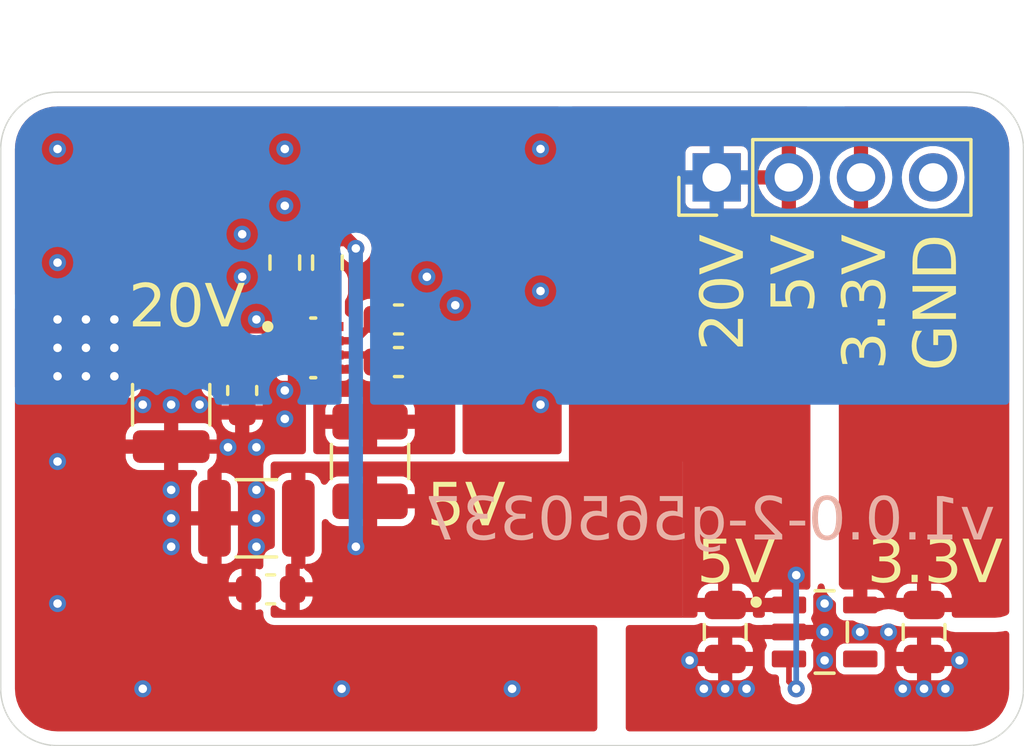
<source format=kicad_pcb>
(kicad_pcb (version 20240108) (generator "pcbnew") (generator_version "8.0")
  (layers (0 "F.Cu" signal) (1 "In1.Cu" signal) (2 "In2.Cu" signal) (31 "B.Cu" signal) (34 "B.Paste" user) (35 "F.Paste" user) (36 "B.SilkS" user "B.Silkscreen") (37 "F.SilkS" user "F.Silkscreen") (38 "B.Mask" user) (39 "F.Mask" user) (44 "Edge.Cuts" user))
  (net 0 "")
  (net 1 "GND")
  (net 2 "+5V")
  (net 3 "+3.3V")
  (net 4 "+20V")
  (net 5 "Net-(U2-SS)")
  (net 6 "Net-(U2-BST)")
  (net 7 "Net-(U2-SW)")
  (net 8 "Net-(U2-FB)")
  (footprint "Connector_PinHeader_2.54mm:PinHeader_1x04_P2.54mm_Vertical" (layer "F.Cu") (at 48.2 21 90)
    (property "Reference" "J1" (hide yes))
    (property "Value" "Conn_01x04_Pin")
    (fp_line (start -1.33 -1.33) (end 0 -1.33) (stroke (width 0.12)) (layer "F.SilkS"))
    (fp_line (start -1.33 0) (end -1.33 -1.33) (stroke (width 0.12)) (layer "F.SilkS"))
    (fp_line (start 1.33 1.27) (end 1.33 8.95) (stroke (width 0.12)) (layer "F.SilkS"))
    (fp_line (start -1.33 1.27) (end 1.33 1.27) (stroke (width 0.12)) (layer "F.SilkS"))
    (fp_line (start -1.33 1.27) (end -1.33 8.95) (stroke (width 0.12)) (layer "F.SilkS"))
    (fp_line (start -1.33 8.95) (end 1.33 8.95) (stroke (width 0.12)) (layer "F.SilkS"))
    (pad "1" thru_hole rect (at 0 0 90) (size 1.7 1.7) (drill 1) (layers "*.Cu" "*.Mask") (net 4 "+20V"))
    (pad "2" thru_hole oval (at 0 2.54 90) (size 1.7 1.7) (drill 1) (layers "*.Cu" "*.Mask") (net 2 "+5V"))
    (pad "3" thru_hole oval (at 0 5.08 90) (size 1.7 1.7) (drill 1) (layers "*.Cu" "*.Mask") (net 3 "+3.3V"))
    (pad "4" thru_hole oval (at 0 7.62 90) (size 1.7 1.7) (drill 1) (layers "*.Cu" "*.Mask") (net 1 "GND"))
  )
  (footprint "Capacitor_SMD:C_1210_3225Metric" (layer "F.Cu") (at 32 33 180)
    (property "Reference" "C7" (hide yes))
    (property "Value" "22uF")
    (fp_line (start -0.711252 1.36) (end 0.711252 1.36) (stroke (width 0.12)) (layer "F.SilkS"))
    (fp_line (start -0.711252 -1.36) (end 0.711252 -1.36) (stroke (width 0.12)) (layer "F.SilkS"))
    (pad "1" smd roundrect (at -1.475 0 180) (size 1.15 2.7) (layers "F.Cu" "F.Paste" "F.Mask") (roundrect_rratio 0.217391) (net 2 "+5V"))
    (pad "2" smd roundrect (at 1.475 0 180) (size 1.15 2.7) (layers "F.Cu" "F.Paste" "F.Mask") (roundrect_rratio 0.217391) (net 1 "GND"))
  )
  (footprint "TPS7A2033PDBVR:TPS7A2033PDBVR" (layer "F.Cu") (at 52 37)
    (property "Reference" "U1" (hide yes))
    (property "Value" "TPS7A2033PDBVR")
    (fp_line (start -0.33 -1.45) (end 0.33 -1.45) (stroke (width 0.127)) (layer "F.SilkS"))
    (fp_line (start 0.33 1.45) (end -0.33 1.45) (stroke (width 0.127)) (layer "F.SilkS"))
    (fp_line (start 0.8 -0.335) (end 0.8 0.335) (stroke (width 0.127)) (layer "F.SilkS"))
    (fp_circle (center -2.41 -1.05) (end -2.31 -1.05) (stroke (width 0.2)) (fill none) (layer "F.SilkS"))
    (pad "1" smd roundrect (at -1.255 -0.95) (size 1.21 0.59) (layers "F.Cu" "F.Paste" "F.Mask") (roundrect_rratio 0.15) (net 2 "+5V"))
    (pad "2" smd roundrect (at -1.255 0) (size 1.21 0.59) (layers "F.Cu" "F.Paste" "F.Mask") (roundrect_rratio 0.15) (net 1 "GND"))
    (pad "3" smd roundrect (at -1.255 0.95) (size 1.21 0.59) (layers "F.Cu" "F.Paste" "F.Mask") (roundrect_rratio 0.15) (net 2 "+5V"))
    (pad "4" smd roundrect (at 1.255 0.95) (size 1.21 0.59) (layers "F.Cu" "F.Paste" "F.Mask") (roundrect_rratio 0.15))
    (pad "5" smd roundrect (at 1.255 -0.95) (size 1.21 0.59) (layers "F.Cu" "F.Paste" "F.Mask") (roundrect_rratio 0.15) (net 3 "+3.3V"))
  )
  (footprint "Resistor_SMD:R_0603_1608Metric" (layer "F.Cu") (at 34.5 24 -90)
    (property "Reference" "R1" (hide yes))
    (property "Value" "52.3k")
    (fp_line (start -0.237258 0.5225) (end 0.237258 0.5225) (stroke (width 0.12)) (layer "F.SilkS"))
    (fp_line (start -0.237258 -0.5225) (end 0.237258 -0.5225) (stroke (width 0.12)) (layer "F.SilkS"))
    (pad "1" smd roundrect (at -0.825 0 270) (size 0.8 0.95) (layers "F.Cu" "F.Paste" "F.Mask") (net 2 "+5V"))
    (pad "2" smd roundrect (at 0.825 0 270) (size 0.8 0.95) (layers "F.Cu" "F.Paste" "F.Mask") (net 8 "Net-(U2-FB)"))
  )
  (footprint "Capacitor_SMD:C_1210_3225Metric" (layer "F.Cu") (at 29 29 -90)
    (property "Reference" "C3" (hide yes))
    (property "Value" "10uF")
    (fp_line (start -0.711252 1.36) (end 0.711252 1.36) (stroke (width 0.12)) (layer "F.SilkS"))
    (fp_line (start -0.711252 -1.36) (end 0.711252 -1.36) (stroke (width 0.12)) (layer "F.SilkS"))
    (pad "1" smd roundrect (at -1.475 0 270) (size 1.15 2.7) (layers "F.Cu" "F.Paste" "F.Mask") (roundrect_rratio 0.217391) (net 4 "+20V"))
    (pad "2" smd roundrect (at 1.475 0 270) (size 1.15 2.7) (layers "F.Cu" "F.Paste" "F.Mask") (roundrect_rratio 0.217391) (net 1 "GND"))
  )
  (footprint "Capacitor_SMD:C_0603_1608Metric" (layer "F.Cu") (at 31.5 28.5 -90)
    (property "Reference" "C4" (hide yes))
    (property "Value" "0.1uF")
    (fp_line (start -0.14058 0.51) (end 0.14058 0.51) (stroke (width 0.12)) (layer "F.SilkS"))
    (fp_line (start -0.14058 -0.51) (end 0.14058 -0.51) (stroke (width 0.12)) (layer "F.SilkS"))
    (pad "1" smd roundrect (at -0.775 0 270) (size 0.9 0.95) (layers "F.Cu" "F.Paste" "F.Mask") (net 4 "+20V"))
    (pad "2" smd roundrect (at 0.775 0 270) (size 0.9 0.95) (layers "F.Cu" "F.Paste" "F.Mask") (net 1 "GND"))
  )
  (footprint "Capacitor_SMD:C_0805_2012Metric" (layer "F.Cu") (at 55.5 37 -90)
    (property "Reference" "C2" (hide yes))
    (property "Value" "10uF")
    (fp_line (start -0.261252 0.735) (end 0.261252 0.735) (stroke (width 0.12)) (layer "F.SilkS"))
    (fp_line (start -0.261252 -0.735) (end 0.261252 -0.735) (stroke (width 0.12)) (layer "F.SilkS"))
    (pad "1" smd roundrect (at -0.95 0 270) (size 1 1.45) (layers "F.Cu" "F.Paste" "F.Mask") (net 3 "+3.3V"))
    (pad "2" smd roundrect (at 0.95 0 270) (size 1 1.45) (layers "F.Cu" "F.Paste" "F.Mask") (net 1 "GND"))
  )
  (footprint "TPS62933DRLR:TPS62933DRLR" (layer "F.Cu") (at 34 27)
    (property "Reference" "U2" (hide yes))
    (property "Value" "TPS62933DRLR")
    (fp_line (start -0.085 -1.05) (end 0.085 -1.05) (stroke (width 0.127)) (layer "F.SilkS"))
    (fp_line (start 0.085 1.05) (end -0.085 1.05) (stroke (width 0.127)) (layer "F.SilkS"))
    (fp_circle (center -1.6 -0.75) (end -1.5 -0.75) (stroke (width 0.2)) (fill none) (layer "F.SilkS"))
    (pad "1" smd rect (at -0.735 -0.75) (size 0.66 0.32) (layers "F.Cu" "F.Paste") (net 1 "GND"))
    (pad "2" smd rect (at -0.735 -0.25) (size 0.66 0.32) (layers "F.Cu" "F.Paste"))
    (pad "3" smd rect (at -0.735 0.25) (size 0.66 0.32) (layers "F.Cu" "F.Paste") (net 4 "+20V"))
    (pad "4" smd rect (at -0.735 0.75) (size 0.66 0.32) (layers "F.Cu" "F.Paste") (net 1 "GND"))
    (pad "5" smd rect (at 0.735 0.75) (size 0.66 0.32) (layers "F.Cu" "F.Paste") (net 7 "Net-(U2-SW)"))
    (pad "6" smd rect (at 0.735 0.25) (size 0.66 0.32) (layers "F.Cu" "F.Paste") (net 6 "Net-(U2-BST)"))
    (pad "7" smd rect (at 0.735 -0.25) (size 0.66 0.32) (layers "F.Cu" "F.Paste") (net 5 "Net-(U2-SS)"))
    (pad "8" smd rect (at 0.735 -0.75) (size 0.66 0.32) (layers "F.Cu" "F.Paste") (net 8 "Net-(U2-FB)"))
  )
  (footprint "Inductor_SMD:L_1210_3225Metric" (layer "F.Cu") (at 36 31 -90)
    (property "Reference" "L1" (hide yes))
    (property "Value" "10uH")
    (fp_line (start -0.602064 1.36) (end 0.602064 1.36) (stroke (width 0.12)) (layer "F.SilkS"))
    (fp_line (start -0.602064 -1.36) (end 0.602064 -1.36) (stroke (width 0.12)) (layer "F.SilkS"))
    (pad "1" smd roundrect (at -1.4 0 270) (size 1.25 2.65) (layers "F.Cu" "F.Paste" "F.Mask") (roundrect_rratio 0.2) (net 7 "Net-(U2-SW)"))
    (pad "2" smd roundrect (at 1.4 0 270) (size 1.25 2.65) (layers "F.Cu" "F.Paste" "F.Mask") (roundrect_rratio 0.2) (net 2 "+5V"))
  )
  (footprint "Capacitor_SMD:C_0603_1608Metric" (layer "F.Cu") (at 32.5 35.5 180)
    (property "Reference" "C8" (hide yes))
    (property "Value" "0.1uF")
    (fp_line (start -0.14058 0.51) (end 0.14058 0.51) (stroke (width 0.12)) (layer "F.SilkS"))
    (fp_line (start -0.14058 -0.51) (end 0.14058 -0.51) (stroke (width 0.12)) (layer "F.SilkS"))
    (pad "1" smd roundrect (at -0.775 0 180) (size 0.9 0.95) (layers "F.Cu" "F.Paste" "F.Mask") (net 2 "+5V"))
    (pad "2" smd roundrect (at 0.775 0 180) (size 0.9 0.95) (layers "F.Cu" "F.Paste" "F.Mask") (net 1 "GND"))
  )
  (footprint "Capacitor_SMD:C_0603_1608Metric" (layer "F.Cu") (at 37 26)
    (property "Reference" "C5" (hide yes))
    (property "Value" "100nF")
    (fp_line (start -0.14058 -0.51) (end 0.14058 -0.51) (stroke (width 0.12)) (layer "F.SilkS"))
    (fp_line (start -0.14058 0.51) (end 0.14058 0.51) (stroke (width 0.12)) (layer "F.SilkS"))
    (pad "1" smd roundrect (at -0.775 0) (size 0.9 0.95) (layers "F.Cu" "F.Paste" "F.Mask") (net 5 "Net-(U2-SS)"))
    (pad "2" smd roundrect (at 0.775 0) (size 0.9 0.95) (layers "F.Cu" "F.Paste" "F.Mask") (net 1 "GND"))
  )
  (footprint "Resistor_SMD:R_0603_1608Metric" (layer "F.Cu") (at 33 24 90)
    (property "Reference" "R2" (hide yes))
    (property "Value" "10k")
    (fp_line (start -0.237258 -0.5225) (end 0.237258 -0.5225) (stroke (width 0.12)) (layer "F.SilkS"))
    (fp_line (start -0.237258 0.5225) (end 0.237258 0.5225) (stroke (width 0.12)) (layer "F.SilkS"))
    (pad "1" smd roundrect (at -0.825 0 90) (size 0.8 0.95) (layers "F.Cu" "F.Paste" "F.Mask") (net 8 "Net-(U2-FB)"))
    (pad "2" smd roundrect (at 0.825 0 90) (size 0.8 0.95) (layers "F.Cu" "F.Paste" "F.Mask") (net 1 "GND"))
  )
  (footprint "Capacitor_SMD:C_0805_2012Metric" (layer "F.Cu") (at 48.5 37 -90)
    (property "Reference" "C1" (hide yes))
    (property "Value" "10uF")
    (fp_line (start -0.261252 0.735) (end 0.261252 0.735) (stroke (width 0.12)) (layer "F.SilkS"))
    (fp_line (start -0.261252 -0.735) (end 0.261252 -0.735) (stroke (width 0.12)) (layer "F.SilkS"))
    (pad "1" smd roundrect (at -0.95 0 270) (size 1 1.45) (layers "F.Cu" "F.Paste" "F.Mask") (net 2 "+5V"))
    (pad "2" smd roundrect (at 0.95 0 270) (size 1 1.45) (layers "F.Cu" "F.Paste" "F.Mask") (net 1 "GND"))
  )
  (footprint "Capacitor_SMD:C_0603_1608Metric" (layer "F.Cu") (at 37 27.5)
    (property "Reference" "C6" (hide yes))
    (property "Value" "100nF")
    (fp_line (start -0.14058 -0.51) (end 0.14058 -0.51) (stroke (width 0.12)) (layer "F.SilkS"))
    (fp_line (start -0.14058 0.51) (end 0.14058 0.51) (stroke (width 0.12)) (layer "F.SilkS"))
    (pad "1" smd roundrect (at -0.775 0) (size 0.9 0.95) (layers "F.Cu" "F.Paste" "F.Mask") (net 6 "Net-(U2-BST)"))
    (pad "2" smd roundrect (at 0.775 0) (size 0.9 0.95) (layers "F.Cu" "F.Paste" "F.Mask") (net 7 "Net-(U2-SW)"))
  )
  (gr_line (start 59 20) (end 59 39) (stroke (width 0.05)) (layer "Edge.Cuts"))
  (gr_line (start 57 41) (end 25 41) (stroke (width 0.05)) (layer "Edge.Cuts"))
  (gr_arc (start 57 18) (mid 58.414214 18.585786) (end 59 20) (stroke (width 0.05)) (layer "Edge.Cuts"))
  (gr_arc (start 25 41) (mid 23.585786 40.414214) (end 23 39) (stroke (width 0.05)) (layer "Edge.Cuts"))
  (gr_arc (start 59 39) (mid 58.414214 40.414214) (end 57 41) (stroke (width 0.05)) (layer "Edge.Cuts"))
  (gr_arc (start 23 20) (mid 23.585786 18.585786) (end 25 18) (stroke (width 0.05)) (layer "Edge.Cuts"))
  (gr_line (start 23 39) (end 23 20) (stroke (width 0.05)) (layer "Edge.Cuts"))
  (gr_line (start 25 18) (end 57 18) (stroke (width 0.05)) (layer "Edge.Cuts"))
  (gr_text "v1.0.0-2-g5650337" (at 58 34 0) (layer "B.SilkS") (effects (font (size 1.5 1.5) (thickness 0.1)) (justify left bottom mirror)))
  (gr_text "20V" (at 48.5 23 90) (layer "F.SilkS") (effects (font (size 1.5 1.5) (thickness 0.1)) (justify right)))
  (gr_text "GND" (at 56 23 90) (layer "F.SilkS") (effects (font (size 1.5 1.5) (thickness 0.1)) (justify right)))
  (gr_text "5V" (at 38 33.5 0) (layer "F.SilkS") (effects (font (size 1.5 1.5) (thickness 0.1)) (justify left bottom)))
  (gr_text "20V" (at 27.5 26.5 0) (layer "F.SilkS") (effects (font (size 1.5 1.5) (thickness 0.1)) (justify left bottom)))
  (gr_text "5V" (at 47.5 35.5 0) (layer "F.SilkS") (effects (font (size 1.5 1.5) (thickness 0.1)) (justify left bottom)))
  (gr_text "3.3V" (at 53.5 35.5 0) (layer "F.SilkS") (effects (font (size 1.5 1.5) (thickness 0.1)) (justify left bottom)))
  (gr_text "5V" (at 51 23 90) (layer "F.SilkS") (effects (font (size 1.5 1.5) (thickness 0.1)) (justify right)))
  (gr_text "3.3V" (at 53.5 23 90) (layer "F.SilkS") (effects (font (size 1.5 1.5) (thickness 0.1)) (justify right)))
  (via (at 32 26) (size 0.6) (drill 0.3) (layers "F.Cu" "B.Cu") (net 1))
  (via (at 31.5 23) (size 0.6) (drill 0.3) (layers "F.Cu" "B.Cu") (net 1))
  (via (at 56.25 39) (size 0.6) (drill 0.3) (layers "F.Cu" "B.Cu") (net 1))
  (via (at 56.75 38) (size 0.6) (drill 0.3) (layers "F.Cu" "B.Cu") (net 1))
  (via (at 54.75 39) (size 0.6) (drill 0.3) (layers "F.Cu" "B.Cu") (net 1))
  (via (at 32 34) (size 0.6) (drill 0.3) (layers "F.Cu" "B.Cu") (net 1))
  (via (at 25 36) (size 0.6) (drill 0.3) (layers "F.Cu" "B.Cu") (net 1))
  (via (at 54.25 37) (size 0.6) (drill 0.3) (layers "F.Cu" "B.Cu") (net 1))
  (via (at 25 31) (size 0.6) (drill 0.3) (layers "F.Cu" "B.Cu") (net 1))
  (via (at 31.5 24.5) (size 0.6) (drill 0.3) (layers "F.Cu" "B.Cu") (net 1))
  (via (at 33 29.5) (size 0.6) (drill 0.3) (layers "F.Cu" "B.Cu") (net 1))
  (via (at 32 32) (size 0.6) (drill 0.3) (layers "F.Cu" "B.Cu") (net 1))
  (via (at 25 20) (size 0.6) (drill 0.3) (layers "F.Cu" "B.Cu") (net 1))
  (via (at 30 29) (size 0.6) (drill 0.3) (layers "F.Cu" "B.Cu") (net 1))
  (via (at 29 34) (size 0.6) (drill 0.3) (layers "F.Cu" "B.Cu") (net 1))
  (via (at 29 33) (size 0.6) (drill 0.3) (layers "F.Cu" "B.Cu") (net 1))
  (via (at 52 36) (size 0.6) (drill 0.3) (layers "F.Cu" "B.Cu") (net 1))
  (via (at 42 29) (size 0.6) (drill 0.3) (layers "F.Cu" "B.Cu") (net 1))
  (via (at 32 30.5) (size 0.6) (drill 0.3) (layers "F.Cu" "B.Cu") (net 1))
  (via (at 25 24) (size 0.6) (drill 0.3) (layers "F.Cu" "B.Cu") (net 1))
  (via (at 35 39) (size 0.6) (drill 0.3) (layers "F.Cu" "B.Cu") (net 1))
  (via (at 52 37) (size 0.6) (drill 0.3) (layers "F.Cu" "B.Cu") (net 1))
  (via (at 33 22) (size 0.6) (drill 0.3) (layers "F.Cu" "B.Cu") (net 1))
  (via (at 47.75 39) (size 0.6) (drill 0.3) (layers "F.Cu" "B.Cu") (net 1))
  (via (at 47.25 38) (size 0.6) (drill 0.3) (layers "F.Cu" "B.Cu") (net 1))
  (via (at 39 25.5) (size 0.6) (drill 0.3) (layers "F.Cu" "B.Cu") (net 1))
  (via (at 53.25 37) (size 0.6) (drill 0.3) (layers "F.Cu" "B.Cu") (net 1))
  (via (at 29 32) (size 0.6) (drill 0.3) (layers "F.Cu" "B.Cu") (net 1))
  (via (at 48.5 39) (size 0.6) (drill 0.3) (layers "F.Cu" "B.Cu") (net 1))
  (via (at 42 25) (size 0.6) (drill 0.3) (layers "F.Cu" "B.Cu") (net 1))
  (via (at 28 29) (size 0.6) (drill 0.3) (layers "F.Cu" "B.Cu") (net 1))
  (via (at 52 38) (size 0.6) (drill 0.3) (layers "F.Cu" "B.Cu") (net 1))
  (via (at 33 20) (size 0.6) (drill 0.3) (layers "F.Cu" "B.Cu") (net 1))
  (via (at 41 39) (size 0.6) (drill 0.3) (layers "F.Cu" "B.Cu") (net 1))
  (via (at 33 28.5) (size 0.6) (drill 0.3) (layers "F.Cu" "B.Cu") (net 1))
  (via (at 29 29) (size 0.6) (drill 0.3) (layers "F.Cu" "B.Cu") (net 1))
  (via (at 31 30.5) (size 0.6) (drill 0.3) (layers "F.Cu" "B.Cu") (net 1))
  (via (at 32 33) (size 0.6) (drill 0.3) (layers "F.Cu" "B.Cu") (net 1))
  (via (at 49.25 39) (size 0.6) (drill 0.3) (layers "F.Cu" "B.Cu") (net 1))
  (via (at 42 20) (size 0.6) (drill 0.3) (layers "F.Cu" "B.Cu") (net 1))
  (via (at 55.5 39) (size 0.6) (drill 0.3) (layers "F.Cu" "B.Cu") (net 1))
  (via (at 38 24.5) (size 0.6) (drill 0.3) (layers "F.Cu" "B.Cu") (net 1))
  (via (at 28 39) (size 0.6) (drill 0.3) (layers "F.Cu" "B.Cu") (net 1))
  (segment (start 50.745 35.255) (end 51 35) (width 0.2) (layer "F.Cu") (net 2))
  (segment (start 50.745 36.05) (end 50.745 35.255) (width 0.2) (layer "F.Cu") (net 2))
  (segment (start 50.745 38.745) (end 51 39) (width 0.2) (layer "F.Cu") (net 2))
  (segment (start 34.5 23.175) (end 35.175 23.175) (width 0.5) (layer "F.Cu") (net 2))
  (segment (start 50.745 37.95) (end 50.745 38.745) (width 0.2) (layer "F.Cu") (net 2))
  (segment (start 35.175 23.175) (end 35.5 23.5) (width 0.5) (layer "F.Cu") (net 2))
  (via (at 35.5 34) (size 0.6) (drill 0.3) (layers "F.Cu" "B.Cu") (net 2))
  (via (at 51 39) (size 0.6) (drill 0.3) (layers "F.Cu" "B.Cu") (net 2))
  (via (at 35.5 23.5) (size 0.6) (drill 0.3) (layers "F.Cu" "B.Cu") (net 2))
  (via (at 51 35) (size 0.6) (drill 0.3) (layers "F.Cu" "B.Cu") (net 2))
  (segment (start 51 35) (end 51 39) (width 0.2) (layer "B.Cu") (net 2))
  (segment (start 35.5 23.5) (end 35.5 34) (width 0.5) (layer "B.Cu") (net 2))
  (segment (start 31.975 27.25) (end 31.5 27.725) (width 0.26) (layer "F.Cu") (net 4))
  (segment (start 33.265 27.25) (end 31.975 27.25) (width 0.26) (layer "F.Cu") (net 4))
  (via (at 27 26) (size 0.6) (drill 0.3) (layers "F.Cu" "B.Cu") (net 4))
  (via (at 25 28) (size 0.6) (drill 0.3) (layers "F.Cu" "B.Cu") (net 4))
  (via (at 25 27) (size 0.6) (drill 0.3) (layers "F.Cu" "B.Cu") (net 4))
  (via (at 27 27) (size 0.6) (drill 0.3) (layers "F.Cu" "B.Cu") (net 4))
  (via (at 26 28) (size 0.6) (drill 0.3) (layers "F.Cu" "B.Cu") (net 4))
  (via (at 26 27) (size 0.6) (drill 0.3) (layers "F.Cu" "B.Cu") (net 4))
  (via (at 25 26) (size 0.6) (drill 0.3) (layers "F.Cu" "B.Cu") (net 4))
  (via (at 26 26) (size 0.6) (drill 0.3) (layers "F.Cu" "B.Cu") (net 4))
  (via (at 27 28) (size 0.6) (drill 0.3) (layers "F.Cu" "B.Cu") (net 4))
  (segment (start 35.475 26.75) (end 36.225 26) (width 0.26) (layer "F.Cu") (net 5))
  (segment (start 34.735 26.75) (end 35.475 26.75) (width 0.26) (layer "F.Cu") (net 5))
  (segment (start 35.975 27.25) (end 36.225 27.5) (width 0.26) (layer "F.Cu") (net 6))
  (segment (start 34.735 27.25) (end 35.975 27.25) (width 0.26) (layer "F.Cu") (net 6))
  (segment (start 34.735 25.06) (end 34.5 24.825) (width 0.26) (layer "F.Cu") (net 8))
  (segment (start 34.735 26.25) (end 34.735 25.06) (width 0.26) (layer "F.Cu") (net 8))
  (segment (start 33 24.825) (end 34.5 24.825) (width 0.5) (layer "F.Cu") (net 8))
  (zone (net 1) (net_name "GND") (layer "F.Cu") (priority 1) (connect_pads (clearance 0.25)) (min_thickness 0.25) (fill yes (thermal_gap 0.25) (thermal_bridge_width 0.5))
    (polygon (pts (xy 45 33) (xy 45 41) (xy 59 41) (xy 59 33)))
  )
  (zone (net 1) (net_name "GND") (layer "F.Cu") (priority 1) (connect_pads (clearance 0.25)) (min_thickness 0.25) (fill yes (thermal_gap 0.25) (thermal_bridge_width 0.5))
    (polygon (pts (xy 23 41) (xy 44 41) (xy 44 18) (xy 23 18)))
  )
  (zone (net 7) (net_name "Net-(U2-SW)") (layer "F.Cu") (priority 2) (connect_pads (clearance 0.2)) (min_thickness 0.25) (fill yes (thermal_gap 0.25) (thermal_bridge_width 0.5))
    (polygon (pts (xy 34 31) (xy 34 26.5) (xy 39 26.5) (xy 39 31)))
  )
  (zone (net 3) (net_name "+3.3V") (layer "F.Cu") (priority 2) (connect_pads (clearance 0.5)) (min_thickness 0.25) (fill yes (thermal_gap 0.25) (thermal_bridge_width 0.5) (smoothing fillet) (radius 1))
    (polygon (pts (xy 52.5 36.5) (xy 59 36.5) (xy 59 18) (xy 52.5 18)))
  )
  (zone (net 2) (net_name "+5V") (layer "F.Cu") (priority 3) (connect_pads (clearance 0.25)) (min_thickness 0.25) (fill yes (thermal_gap 0.25) (thermal_bridge_width 0.5))
    (polygon (pts (xy 47 31) (xy 32.5 31) (xy 32.5 36.5) (xy 47 36.5)))
  )
  (zone (net 4) (net_name "+20V") (layer "F.Cu") (priority 2) (connect_pads (clearance 0.25)) (min_thickness 0.25) (fill yes (thermal_gap 0.25) (thermal_bridge_width 0.5))
    (polygon (pts (xy 32.25 27.25) (xy 32.25 28.5) (xy 23 28.5) (xy 23 25.5) (xy 31 25.5) (xy 31 26.75) (xy 32.25 26.75)))
  )
  (zone (net 2) (net_name "+5V") (layer "F.Cu") (priority 2) (connect_pads (clearance 0.25)) (min_thickness 0.25) (fill yes (thermal_gap 0.25) (thermal_bridge_width 0.5))
    (polygon (pts (xy 51.5 36.5) (xy 51.5 18) (xy 43 18) (xy 43 36.5)))
  )
  (zone (net 4) (net_name "+20V") (layer "B.Cu") (connect_pads (clearance 0.25)) (min_thickness 0.25) (fill yes (thermal_gap 0.25) (thermal_bridge_width 0.5))
    (polygon (pts (xy 23 18) (xy 59 18) (xy 59 29) (xy 23 29)))
  )
)
</source>
